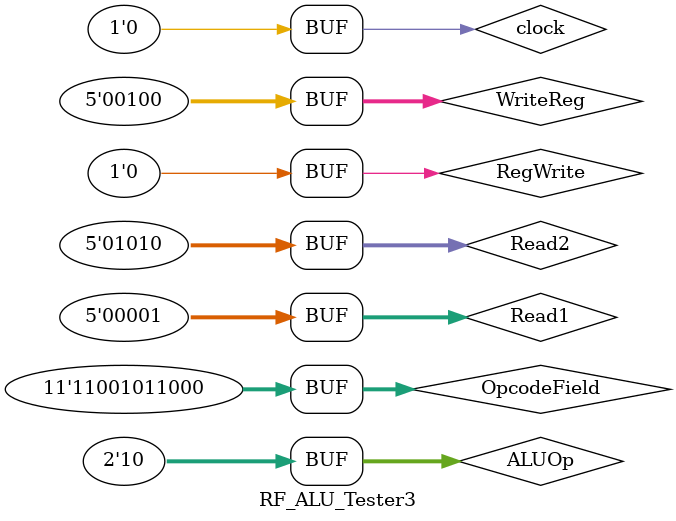
<source format=v>
`timescale 1ns / 1ps

module RF_ALU_Tester3;
	// Inputs
	reg [1:0] ALUOp;
	reg [10:0] OpcodeField;
	reg [4:0] Read1;
	reg [4:0] Read2;
	reg [4:0] WriteReg;
	reg [63:0] WriteData;
	reg RegWrite;
	reg clock;

	// Outputs
	wire [63:0] ALU_Result;
	wire zero;

	// Instantiate the Unit Under Test (UUT)
	RF_ALU uut (
		.ALUOp(ALUOp), 
		.OpcodeField(OpcodeField), 

		.Read1(Read1), 
		.Read2(Read2), 
		.zero(zero),
		.WriteReg(WriteReg), 

		.RegWrite(RegWrite), 
		.clock(clock)
	);

	initial begin
		//---------Initialize Inputs-------------
		ALUOp = 0;
		OpcodeField = 0;
		Read1 = 0;
		Read2 = 0;
		WriteReg = 0;
		WriteData = 0;
		RegWrite = 0;
		clock = 0;
		#100;
		//------------- BEGIN--------------------
		
		// Writing to Reg 5
		WriteReg = 5;
		WriteData = 64'h5555555555555555;
		//Rising
		RegWrite = 1;
		#100
		clock = 1; 
		// Lowering
		#100
		RegWrite = 0;
		clock = 0;
		//Writing to Reg 10
		#100
		WriteReg = 10;
		WriteData = 64'haaaaaaaaaaaaaaaa;
		//Rise
		RegWrite = 1;
		#100
		clock = 1;
		//Lowers
		#100;
		RegWrite = 0;
		clock = 0;
		
		//Read
		Read1 = 5;
		Read2 = 10;
		ALUOp = 2'b10;

		// Testing AND OpcodeField
		OpcodeField = 11'b10_10001010000;
		#100;
		// Testing OR OpcodeField
		OpcodeField = 11'b10_10101010000;
		#100;
		// Testing ADD OpcodeField
		OpcodeField = 11'b10_10001011000;
		#100
		// Testing Sub OpcodeField
		OpcodeField = 11'b10_11001011000;
		#100
		// Testing Pass B OpcodeField
		OpcodeField = 11'b10_11111000010;
		#100
		// Testing NOR OpcodeField
		OpcodeField = 11'b10_11101010000;
		
		//-----------------Lab 3C---------------------------
		//Writing
		#100
		WriteReg=1;
		WriteData = ALU_Result; //dont nned
		
		//Rising
		RegWrite = 1;
		#100
		clock = 1;
		
		//Lowering
		#100
		RegWrite = 0;
		clock = 0;
		
		//Cycle through Opcodes
		Read1 = 1;
		
		OpcodeField = 11'b10_10001010000;
		//Writing
		#100
		WriteReg=2;
		WriteData = ALU_Result;
		
		//Rising
		RegWrite = 1;
		#100
		clock = 1;
		
		//Lowering
		#100
		RegWrite = 0;
		clock = 0;
		Read1 = 1;
		
		// Testing OR OpcodeField
		OpcodeField = 11'b10_10101010000;
		//Writing
		#100
		WriteReg=3;
		WriteData = ALU_Result;
		
		//Rising
		RegWrite = 1;
		#100
		clock = 1;
		
		//Lowering
		#100
		RegWrite = 0;
		clock = 0;
		Read1 = 1;
		// Testing ADD OpcodeField
		OpcodeField = 11'b10_10001011000;
		//Writing
		#100
		WriteReg=3;
		WriteData = ALU_Result;
		
		//Rising
		RegWrite = 1;
		#100
		clock = 1;
		
		//Lowering
		#100
		RegWrite = 0;
		clock = 0;
		Read1 = 1;
		// Testing Sub OpcodeField
		OpcodeField = 11'b10_11001011000;
		//Writing
		#100
		WriteReg=4;
		WriteData = ALU_Result;
		
		//Rising
		RegWrite = 1;
		#100
		clock = 1;
		
		//Lowering
		#100
		RegWrite = 0;
		clock = 0;
	end
endmodule
</source>
